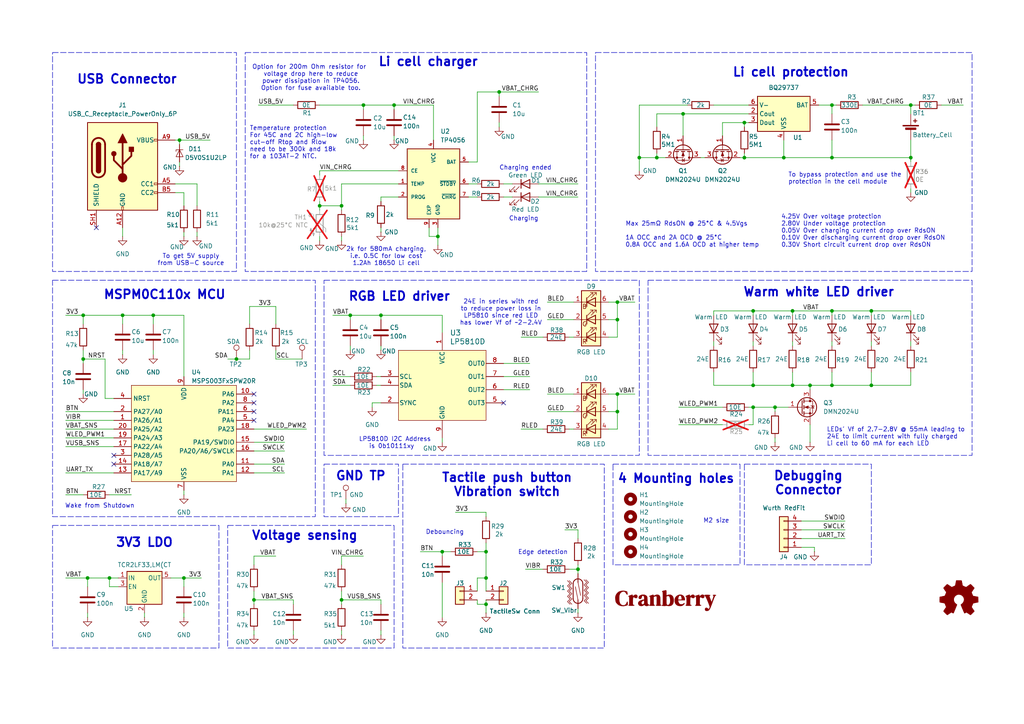
<source format=kicad_sch>
(kicad_sch (version 20231120) (generator "eeschema") (generator_version "8.0")
  (paper "A4")
  (title_block (title "Berrythe") (date "2024-10-25") (rev "1") (company "                                        By Prithvi Raj Narendra"))
  (junction (at 101.6 91.44))
  (junction (at 68.58 104.14))
  (junction (at 128.27 160.02))
  (junction (at 105.41 30.48))
  (junction (at 224.79 118.11))
  (junction (at 234.95 111.76))
  (junction (at 114.3 30.48))
  (junction (at 110.49 91.44))
  (junction (at 140.97 175.26))
  (junction (at 140.97 167.64))
  (junction (at 52.07 40.64))
  (junction (at 140.97 160.02))
  (junction (at 144.78 26.67))
  (junction (at 99.06 59.69))
  (junction (at 185.42 45.72))
  (junction (at 179.07 119.38))
  (junction (at 241.3 111.76))
  (junction (at 179.07 92.71))
  (junction (at 218.44 90.17))
  (junction (at 31.75 167.64))
  (junction (at 229.87 111.76))
  (junction (at 264.16 30.48))
  (junction (at 167.64 165.1))
  (junction (at 73.66 173.99))
  (junction (at 24.13 104.14))
  (junction (at 218.44 111.76))
  (junction (at 227.33 45.72))
  (junction (at 229.87 90.17))
  (junction (at 179.07 87.63))
  (junction (at 190.5 45.72))
  (junction (at 241.3 45.72))
  (junction (at 198.12 33.02))
  (junction (at 25.4 167.64))
  (junction (at 264.16 45.72))
  (junction (at 179.07 114.3))
  (junction (at 127 68.58))
  (junction (at 44.45 91.44))
  (junction (at 53.34 167.64))
  (junction (at 218.44 118.11))
  (junction (at 215.9 45.72))
  (junction (at 35.56 91.44))
  (junction (at 252.73 111.76))
  (junction (at 252.73 90.17))
  (junction (at 24.13 91.44))
  (junction (at 241.3 30.48))
  (junction (at 215.9 35.56))
  (junction (at 241.3 90.17))
  (junction (at 92.71 59.69))
  (junction (at 99.06 173.99))
  (no_connect (at 27.94 66.04))
  (no_connect (at 73.66 116.84))
  (no_connect (at 73.66 119.38))
  (no_connect (at 73.66 121.92))
  (no_connect (at 146.05 116.84))
  (no_connect (at 73.66 114.3))
  (no_connect (at 33.02 132.08))
  (no_connect (at 33.02 134.62))
  (wire (pts (xy 96.52 91.44) (xy 101.6 91.44)))
  (wire (pts (xy 41.91 177.8) (xy 41.91 179.07)))
  (wire (pts (xy 224.79 118.11) (xy 228.6 118.11)))
  (wire (pts (xy 227.33 40.64) (xy 227.33 45.72)))
  (wire (pts (xy 99.06 53.34) (xy 115.57 53.34)))
  (wire (pts (xy 264.16 99.06) (xy 264.16 100.33)))
  (wire (pts (xy 252.73 111.76) (xy 264.16 111.76)))
  (wire (pts (xy 179.07 87.63) (xy 176.53 87.63)))
  (wire (pts (xy 30.48 104.14) (xy 30.48 115.57)))
  (wire (pts (xy 241.3 90.17) (xy 252.73 90.17)))
  (wire (pts (xy 241.3 30.48) (xy 242.57 30.48)))
  (wire (pts (xy 105.41 39.37) (xy 105.41 40.64)))
  (wire (pts (xy 135.89 46.99) (xy 138.43 46.99)))
  (wire (pts (xy 44.45 91.44) (xy 53.34 91.44)))
  (wire (pts (xy 229.87 99.06) (xy 229.87 100.33)))
  (wire (pts (xy 229.87 107.95) (xy 229.87 111.76)))
  (wire (pts (xy 215.9 45.72) (xy 227.33 45.72)))
  (wire (pts (xy 72.39 93.98) (xy 72.39 88.9)))
  (wire (pts (xy 24.13 91.44) (xy 24.13 93.98)))
  (wire (pts (xy 99.06 59.69) (xy 99.06 60.96)))
  (wire (pts (xy 85.09 182.88) (xy 85.09 184.15)))
  (wire (pts (xy 99.06 182.88) (xy 99.06 184.15)))
  (wire (pts (xy 124.46 66.04) (xy 124.46 68.58)))
  (wire (pts (xy 140.97 167.64) (xy 140.97 171.45)))
  (wire (pts (xy 241.3 40.64) (xy 241.3 45.72)))
  (wire (pts (xy 196.85 118.11) (xy 209.55 118.11)))
  (wire (pts (xy 176.53 97.79) (xy 179.07 97.79)))
  (wire (pts (xy 73.66 171.45) (xy 73.66 173.99)))
  (wire (pts (xy 232.41 151.13) (xy 245.11 151.13)))
  (wire (pts (xy 19.05 137.16) (xy 33.02 137.16)))
  (wire (pts (xy 110.49 57.15) (xy 110.49 58.42)))
  (wire (pts (xy 128.27 127) (xy 128.27 128.27)))
  (wire (pts (xy 250.19 30.48) (xy 264.16 30.48)))
  (wire (pts (xy 99.06 161.29) (xy 99.06 163.83)))
  (wire (pts (xy 232.41 158.75) (xy 236.22 158.75)))
  (wire (pts (xy 152.4 165.1) (xy 157.48 165.1)))
  (wire (pts (xy 163.83 153.67) (xy 167.64 153.67)))
  (wire (pts (xy 203.2 45.72) (xy 204.47 45.72)))
  (wire (pts (xy 218.44 90.17) (xy 218.44 91.44)))
  (wire (pts (xy 99.06 68.58) (xy 99.06 69.85)))
  (wire (pts (xy 138.43 46.99) (xy 138.43 26.67)))
  (wire (pts (xy 185.42 30.48) (xy 185.42 45.72)))
  (wire (pts (xy 234.95 123.19) (xy 234.95 128.27)))
  (wire (pts (xy 185.42 45.72) (xy 185.42 49.53)))
  (wire (pts (xy 73.66 134.62) (xy 82.55 134.62)))
  (wire (pts (xy 105.41 30.48) (xy 114.3 30.48)))
  (wire (pts (xy 50.8 53.34) (xy 57.15 53.34)))
  (wire (pts (xy 73.66 130.81) (xy 82.55 130.81)))
  (wire (pts (xy 73.66 173.99) (xy 73.66 175.26)))
  (wire (pts (xy 92.71 49.53) (xy 92.71 50.8)))
  (wire (pts (xy 121.92 160.02) (xy 128.27 160.02)))
  (wire (pts (xy 53.34 55.88) (xy 53.34 59.69)))
  (wire (pts (xy 151.13 97.79) (xy 157.48 97.79)))
  (wire (pts (xy 92.71 59.69) (xy 92.71 60.96)))
  (wire (pts (xy 19.05 121.92) (xy 33.02 121.92)))
  (wire (pts (xy 53.34 142.24) (xy 53.34 143.51)))
  (wire (pts (xy 25.4 167.64) (xy 25.4 170.18)))
  (wire (pts (xy 158.75 119.38) (xy 166.37 119.38)))
  (wire (pts (xy 264.16 45.72) (xy 264.16 46.99)))
  (wire (pts (xy 193.04 45.72) (xy 190.5 45.72)))
  (wire (pts (xy 73.66 173.99) (xy 85.09 173.99)))
  (wire (pts (xy 19.05 167.64) (xy 25.4 167.64)))
  (wire (pts (xy 138.43 160.02) (xy 140.97 160.02)))
  (wire (pts (xy 218.44 99.06) (xy 218.44 100.33)))
  (wire (pts (xy 19.05 127) (xy 33.02 127)))
  (wire (pts (xy 217.17 123.19) (xy 218.44 123.19)))
  (wire (pts (xy 31.75 167.64) (xy 34.29 167.64)))
  (wire (pts (xy 241.3 33.02) (xy 241.3 30.48)))
  (wire (pts (xy 110.49 116.84) (xy 107.95 116.84)))
  (wire (pts (xy 73.66 124.46) (xy 88.9 124.46)))
  (wire (pts (xy 140.97 160.02) (xy 140.97 167.64)))
  (wire (pts (xy 215.9 44.45) (xy 215.9 45.72)))
  (wire (pts (xy 176.53 119.38) (xy 179.07 119.38)))
  (wire (pts (xy 176.53 124.46) (xy 179.07 124.46)))
  (wire (pts (xy 110.49 66.04) (xy 110.49 67.31)))
  (wire (pts (xy 151.13 124.46) (xy 157.48 124.46)))
  (wire (pts (xy 158.75 92.71) (xy 166.37 92.71)))
  (wire (pts (xy 146.05 53.34) (xy 148.59 53.34)))
  (wire (pts (xy 218.44 111.76) (xy 229.87 111.76)))
  (wire (pts (xy 74.93 30.48) (xy 85.09 30.48)))
  (wire (pts (xy 53.34 167.64) (xy 58.42 167.64)))
  (wire (pts (xy 72.39 88.9) (xy 80.01 88.9)))
  (wire (pts (xy 19.05 129.54) (xy 33.02 129.54)))
  (wire (pts (xy 167.64 165.1) (xy 167.64 166.37)))
  (wire (pts (xy 207.01 90.17) (xy 207.01 91.44)))
  (wire (pts (xy 99.06 173.99) (xy 110.49 173.99)))
  (wire (pts (xy 218.44 123.19) (xy 218.44 118.11)))
  (wire (pts (xy 128.27 91.44) (xy 128.27 96.52)))
  (wire (pts (xy 224.79 127) (xy 224.79 128.27)))
  (wire (pts (xy 232.41 156.21) (xy 245.11 156.21)))
  (wire (pts (xy 110.49 91.44) (xy 110.49 92.71)))
  (wire (pts (xy 128.27 160.02) (xy 130.81 160.02)))
  (wire (pts (xy 176.53 92.71) (xy 179.07 92.71)))
  (wire (pts (xy 179.07 114.3) (xy 176.53 114.3)))
  (wire (pts (xy 234.95 111.76) (xy 234.95 113.03)))
  (wire (pts (xy 198.12 33.02) (xy 198.12 39.37)))
  (wire (pts (xy 114.3 39.37) (xy 114.3 40.64)))
  (wire (pts (xy 153.67 113.03) (xy 146.05 113.03)))
  (wire (pts (xy 125.73 30.48) (xy 125.73 40.64)))
  (wire (pts (xy 85.09 173.99) (xy 85.09 175.26)))
  (wire (pts (xy 167.64 176.53) (xy 167.64 177.8)))
  (wire (pts (xy 179.07 92.71) (xy 179.07 87.63)))
  (wire (pts (xy 110.49 173.99) (xy 110.49 175.26)))
  (wire (pts (xy 138.43 167.64) (xy 140.97 167.64)))
  (wire (pts (xy 35.56 66.04) (xy 35.56 68.58)))
  (wire (pts (xy 229.87 90.17) (xy 229.87 91.44)))
  (wire (pts (xy 179.07 87.63) (xy 184.15 87.63)))
  (wire (pts (xy 138.43 26.67) (xy 144.78 26.67)))
  (wire (pts (xy 114.3 30.48) (xy 125.73 30.48)))
  (wire (pts (xy 264.16 33.02) (xy 264.16 30.48)))
  (wire (pts (xy 140.97 173.99) (xy 140.97 175.26)))
  (wire (pts (xy 24.13 101.6) (xy 24.13 104.14)))
  (wire (pts (xy 241.3 30.48) (xy 237.49 30.48)))
  (wire (pts (xy 57.15 53.34) (xy 57.15 59.69)))
  (wire (pts (xy 207.01 111.76) (xy 218.44 111.76)))
  (wire (pts (xy 217.17 35.56) (xy 215.9 35.56)))
  (wire (pts (xy 190.5 36.83) (xy 190.5 33.02)))
  (wire (pts (xy 19.05 143.51) (xy 24.13 143.51)))
  (wire (pts (xy 53.34 67.31) (xy 53.34 68.58)))
  (wire (pts (xy 49.53 167.64) (xy 53.34 167.64)))
  (wire (pts (xy 105.41 31.75) (xy 105.41 30.48)))
  (wire (pts (xy 53.34 91.44) (xy 53.34 109.22)))
  (wire (pts (xy 73.66 182.88) (xy 73.66 184.15)))
  (wire (pts (xy 165.1 97.79) (xy 166.37 97.79)))
  (wire (pts (xy 73.66 128.27) (xy 82.55 128.27)))
  (wire (pts (xy 110.49 100.33) (xy 110.49 101.6)))
  (wire (pts (xy 99.06 171.45) (xy 99.06 173.99)))
  (wire (pts (xy 199.39 30.48) (xy 185.42 30.48)))
  (wire (pts (xy 96.52 111.76) (xy 101.6 111.76)))
  (wire (pts (xy 146.05 105.41) (xy 153.67 105.41)))
  (wire (pts (xy 107.95 116.84) (xy 107.95 118.11)))
  (wire (pts (xy 53.34 177.8) (xy 53.34 179.07)))
  (wire (pts (xy 100.33 144.78) (xy 100.33 146.05)))
  (wire (pts (xy 68.58 104.14) (xy 72.39 104.14)))
  (wire (pts (xy 99.06 173.99) (xy 99.06 175.26)))
  (wire (pts (xy 218.44 107.95) (xy 218.44 111.76)))
  (wire (pts (xy 241.3 111.76) (xy 252.73 111.76)))
  (wire (pts (xy 167.64 163.83) (xy 167.64 165.1)))
  (wire (pts (xy 264.16 45.72) (xy 264.16 40.64)))
  (wire (pts (xy 73.66 137.16) (xy 82.55 137.16)))
  (wire (pts (xy 224.79 118.11) (xy 224.79 119.38)))
  (wire (pts (xy 92.71 68.58) (xy 92.71 69.85)))
  (wire (pts (xy 92.71 59.69) (xy 99.06 59.69)))
  (wire (pts (xy 215.9 35.56) (xy 209.55 35.56)))
  (wire (pts (xy 73.66 161.29) (xy 73.66 163.83)))
  (wire (pts (xy 144.78 26.67) (xy 144.78 27.94)))
  (wire (pts (xy 241.3 45.72) (xy 264.16 45.72)))
  (wire (pts (xy 190.5 45.72) (xy 185.42 45.72)))
  (wire (pts (xy 114.3 30.48) (xy 114.3 31.75)))
  (wire (pts (xy 35.56 101.6) (xy 35.56 102.87)))
  (wire (pts (xy 165.1 124.46) (xy 166.37 124.46)))
  (wire (pts (xy 138.43 171.45) (xy 138.43 167.64)))
  (wire (pts (xy 190.5 44.45) (xy 190.5 45.72)))
  (wire (pts (xy 229.87 90.17) (xy 241.3 90.17)))
  (wire (pts (xy 53.34 167.64) (xy 53.34 170.18)))
  (wire (pts (xy 127 68.58) (xy 127 71.12)))
  (wire (pts (xy 241.3 107.95) (xy 241.3 111.76)))
  (wire (pts (xy 25.4 167.64) (xy 31.75 167.64)))
  (wire (pts (xy 165.1 165.1) (xy 167.64 165.1)))
  (wire (pts (xy 140.97 157.48) (xy 140.97 160.02)))
  (wire (pts (xy 207.01 90.17) (xy 218.44 90.17)))
  (wire (pts (xy 128.27 168.91) (xy 128.27 179.07)))
  (wire (pts (xy 115.57 57.15) (xy 110.49 57.15)))
  (wire (pts (xy 99.06 59.69) (xy 99.06 53.34)))
  (wire (pts (xy 179.07 114.3) (xy 184.15 114.3)))
  (wire (pts (xy 35.56 91.44) (xy 44.45 91.44)))
  (wire (pts (xy 215.9 35.56) (xy 215.9 36.83)))
  (wire (pts (xy 19.05 119.38) (xy 33.02 119.38)))
  (wire (pts (xy 128.27 160.02) (xy 128.27 161.29)))
  (wire (pts (xy 132.08 148.59) (xy 140.97 148.59)))
  (wire (pts (xy 96.52 109.22) (xy 101.6 109.22)))
  (wire (pts (xy 252.73 90.17) (xy 264.16 90.17)))
  (wire (pts (xy 34.29 170.18) (xy 31.75 170.18)))
  (wire (pts (xy 57.15 67.31) (xy 57.15 68.58)))
  (wire (pts (xy 105.41 161.29) (xy 99.06 161.29)))
  (wire (pts (xy 19.05 91.44) (xy 24.13 91.44)))
  (wire (pts (xy 207.01 107.95) (xy 207.01 111.76)))
  (wire (pts (xy 144.78 35.56) (xy 144.78 36.83)))
  (wire (pts (xy 31.75 143.51) (xy 38.1 143.51)))
  (wire (pts (xy 217.17 33.02) (xy 198.12 33.02)))
  (wire (pts (xy 144.78 26.67) (xy 156.21 26.67)))
  (wire (pts (xy 52.07 40.64) (xy 60.96 40.64)))
  (wire (pts (xy 127 66.04) (xy 127 68.58)))
  (wire (pts (xy 52.07 46.99) (xy 52.07 48.26)))
  (wire (pts (xy 31.75 170.18) (xy 31.75 167.64)))
  (wire (pts (xy 140.97 148.59) (xy 140.97 149.86)))
  (wire (pts (xy 110.49 182.88) (xy 110.49 184.15)))
  (wire (pts (xy 101.6 100.33) (xy 101.6 101.6)))
  (wire (pts (xy 44.45 91.44) (xy 44.45 93.98)))
  (wire (pts (xy 52.07 40.64) (xy 52.07 41.91)))
  (wire (pts (xy 264.16 54.61) (xy 264.16 55.88)))
  (wire (pts (xy 234.95 111.76) (xy 241.3 111.76)))
  (wire (pts (xy 264.16 90.17) (xy 264.16 91.44)))
  (wire (pts (xy 80.01 101.6) (xy 80.01 104.14)))
  (wire (pts (xy 110.49 91.44) (xy 128.27 91.44)))
  (wire (pts (xy 101.6 91.44) (xy 110.49 91.44)))
  (wire (pts (xy 241.3 99.06) (xy 241.3 100.33)))
  (wire (pts (xy 158.75 87.63) (xy 166.37 87.63)))
  (wire (pts (xy 218.44 118.11) (xy 224.79 118.11)))
  (wire (pts (xy 24.13 113.03) (xy 24.13 114.3)))
  (wire (pts (xy 92.71 58.42) (xy 92.71 59.69)))
  (wire (pts (xy 80.01 88.9) (xy 80.01 93.98)))
  (wire (pts (xy 44.45 101.6) (xy 44.45 102.87)))
  (wire (pts (xy 217.17 118.11) (xy 218.44 118.11)))
  (wire (pts (xy 35.56 91.44) (xy 35.56 93.98)))
  (wire (pts (xy 138.43 173.99) (xy 138.43 175.26)))
  (wire (pts (xy 156.21 53.34) (xy 167.64 53.34)))
  (wire (pts (xy 236.22 158.75) (xy 236.22 160.02)))
  (wire (pts (xy 101.6 91.44) (xy 101.6 92.71)))
  (wire (pts (xy 227.33 45.72) (xy 241.3 45.72)))
  (wire (pts (xy 24.13 104.14) (xy 30.48 104.14)))
  (wire (pts (xy 135.89 53.34) (xy 138.43 53.34)))
  (wire (pts (xy 264.16 107.95) (xy 264.16 111.76)))
  (wire (pts (xy 66.04 104.14) (xy 68.58 104.14)))
  (wire (pts (xy 53.34 55.88) (xy 50.8 55.88)))
  (wire (pts (xy 252.73 90.17) (xy 252.73 91.44)))
  (wire (pts (xy 24.13 91.44) (xy 35.56 91.44)))
  (wire (pts (xy 217.17 30.48) (xy 207.01 30.48)))
  (wire (pts (xy 115.57 49.53) (xy 92.71 49.53)))
  (wire (pts (xy 190.5 33.02) (xy 198.12 33.02)))
  (wire (pts (xy 214.63 45.72) (xy 215.9 45.72)))
  (wire (pts (xy 25.4 177.8) (xy 25.4 179.07)))
  (wire (pts (xy 146.05 57.15) (xy 148.59 57.15)))
  (wire (pts (xy 109.22 109.22) (xy 110.49 109.22)))
  (wire (pts (xy 241.3 90.17) (xy 241.3 91.44)))
  (wire (pts (xy 138.43 175.26) (xy 140.97 175.26)))
  (wire (pts (xy 252.73 107.95) (xy 252.73 111.76)))
  (wire (pts (xy 80.01 161.29) (xy 73.66 161.29)))
  (wire (pts (xy 218.44 90.17) (xy 229.87 90.17)))
  (wire (pts (xy 19.05 124.46) (xy 33.02 124.46)))
  (wire (pts (xy 252.73 99.06) (xy 252.73 100.33)))
  (wire (pts (xy 109.22 111.76) (xy 110.49 111.76)))
  (wire (pts (xy 232.41 153.67) (xy 245.11 153.67)))
  (wire (pts (xy 80.01 104.14) (xy 87.63 104.14)))
  (wire (pts (xy 196.85 123.19) (xy 209.55 123.19)))
  (wire (pts (xy 72.39 101.6) (xy 72.39 104.14)))
  (wire (pts (xy 207.01 99.06) (xy 207.01 100.33)))
  (wire (pts (xy 135.89 57.15) (xy 138.43 57.15)))
  (wire (pts (xy 179.07 97.79) (xy 179.07 92.71)))
  (wire (pts (xy 265.43 30.48) (xy 264.16 30.48)))
  (wire (pts (xy 92.71 30.48) (xy 105.41 30.48)))
  (wire (pts (xy 179.07 119.38) (xy 179.07 114.3)))
  (wire (pts (xy 30.48 115.57) (xy 33.02 115.57)))
  (wire (pts (xy 50.8 40.64) (xy 52.07 40.64)))
  (wire (pts (xy 167.64 156.21) (xy 167.64 153.67)))
  (wire (pts (xy 209.55 35.56) (xy 209.55 39.37)))
  (wire (pts (xy 158.75 114.3) (xy 166.37 114.3)))
  (wire (pts (xy 229.87 111.76) (xy 234.95 111.76)))
  (wire (pts (xy 156.21 57.15) (xy 167.64 57.15)))
  (wire (pts (xy 124.46 68.58) (xy 127 68.58)))
  (wire (pts (xy 24.13 104.14) (xy 24.13 105.41)))
  (wire (pts (xy 179.07 124.46) (xy 179.07 119.38)))
  (wire (pts (xy 279.4 30.48) (xy 273.05 30.48)))
  (wire (pts (xy 153.67 109.22) (xy 146.05 109.22)))
  (wire (pts (xy 140.97 175.26) (xy 140.97 177.8)))
  (rectangle (start 93.98 134.62) (end 115.57 149.86) (stroke (width 0) (type dash)))
  (rectangle (start 187.96 81.28) (end 281.94 132.08) (stroke (width 0) (type dash)))
  (rectangle (start 71.12 15.24) (end 170.18 78.74) (stroke (width 0) (type dash)))
  (rectangle (start 172.72 15.24) (end 281.94 78.74) (stroke (width 0) (type dash)))
  (rectangle (start 66.04 152.4) (end 114.3 187.96) (stroke (width 0) (type dash)))
  (rectangle (start 215.9 134.62) (end 252.73 163.83) (stroke (width 0) (type dash)))
  (rectangle (start 93.98 81.28) (end 185.42 132.08) (stroke (width 0) (type dash)))
  (rectangle (start 15.24 152.4) (end 63.5 187.96) (stroke (width 0) (type dash)))
  (rectangle (start 116.84 134.62) (end 175.26 187.96) (stroke (width 0) (type dash)))
  (rectangle (start 177.8 134.62) (end 214.63 163.83) (stroke (width 0) (type dash)))
  (rectangle (start 15.24 81.28) (end 91.44 149.86) (stroke (width 0) (type dash)))
  (rectangle (start 15.24 15.24) (end 68.58 78.74) (stroke (width 0) (type dash)))
  (text "Charging ended" (at 152.4 48.768 0) (effects (font (size 1.27 1.27))))
  (text "Debouncing" (at 129.032 154.432 0) (effects (font (size 1.27 1.27))))
  (text "Option for 200m Ohm resistor for \nvoltage drop here to reduce\npower dissipation in TP4056.\nOption for fuse available too." (at 90.17 22.606 0) (effects (font (size 1.27 1.27))))
  (text "LEDs' Vf of 2.7-2.8V @ 55mA leading to \n24E to limit current with fully charged \nLi cell to 60 mA for each LED" (at 239.776 126.746 0) (effects (font (size 1.27 1.27)) (justify left)))
  (text "2k for 580mA charging,\ni.e. 0.5C for low cost\n1.2Ah 18650 Li cell" (at 112.014 74.422 0) (effects (font (size 1.27 1.27))))
  (text "4.25V Over voltage protection\n2.80V Under voltage protection\n0.05V Over charging current drop over RdsON\n0.10V Over discharging current drop over RdsON\n0.30V Short circuit current drop over RdsON" (at 226.568 67.056 0) (effects (font (size 1.27 1.27)) (justify left)))
  (text "GND TP" (at 104.648 138.176 0) (effects (font (size 2.54 2.54) (thickness 0.508) (bold yes))))
  (text "Debugging\nConnector" (at 234.442 140.208 0) (effects (font (size 2.54 2.54) (thickness 0.508) (bold yes))))
  (text "Tactile push button\nVibration switch" (at 147.066 140.716 0) (effects (font (size 2.54 2.54) (thickness 0.508) (bold yes))))
  (text "4 Mounting holes" (at 196.088 138.938 0) (effects (font (size 2.54 2.54) (thickness 0.508) (bold yes))))
  (text "Warm white LED driver" (at 237.49 84.836 0) (effects (font (size 2.54 2.54) (thickness 0.508) (bold yes))))
  (text "Li cell protection" (at 229.362 21.082 0) (effects (font (size 2.54 2.54) (thickness 0.508) (bold yes))))
  (text "Max 25mΩ RdsON @ 25°C & 4.5Vgs" (at 199.136 65.024 0) (effects (font (size 1.27 1.27))))
  (text "USB Connector" (at 36.83 23.114 0) (effects (font (size 2.54 2.54) (thickness 0.508) (bold yes))))
  (text "RGB LED driver" (at 115.824 86.106 0) (effects (font (size 2.54 2.54) (thickness 0.508) (bold yes))))
  (text "Edge detection" (at 157.48 160.274 0) (effects (font (size 1.27 1.27))))
  (text "M2 size" (at 203.962 151.13 0) (effects (font (size 1.27 1.27)) (justify left)))
  (text "Voltage sensing" (at 88.392 155.448 0) (effects (font (size 2.54 2.54) (thickness 0.508) (bold yes))))
  (text "Li cell charger" (at 124.206 18.034 0) (effects (font (size 2.54 2.54) (thickness 0.508) (bold yes))))
  (text "Charging" (at 151.892 63.5 0) (effects (font (size 1.27 1.27))))
  (text "To get 5V supply\nfrom USB-C source" (at 55.372 75.438 0) (effects (font (size 1.27 1.27))))
  (text "To bypass protection and use the \nprotection in the cell module" (at 228.6 51.816 0) (effects (font (size 1.27 1.27)) (justify left)))
  (text "MSPM0C110x MCU" (at 47.752 85.598 0) (effects (font (size 2.54 2.54) (thickness 0.508) (bold yes))))
  (text "LP5810D I2C Address\nis 0b10111xy  " (at 114.554 128.524 0) (effects (font (size 1.27 1.27))))
  (text "24E in series with red\nto reduce power loss in\nLP5810 since red LED\nhas lower Vf of ~2-2.4V" (at 145.288 90.678 0) (effects (font (size 1.27 1.27))))
  (text "Temperature protection\nFor 45C and 2C high-low\ncut-off Rtop and Rlow\nneed to be 300k and 18k\nfor a 103AT-2 NTC." (at 72.39 41.402 0) (effects (font (size 1.27 1.27)) (justify left)))
  (text "3V3 LDO" (at 41.91 157.48 0) (effects (font (size 2.54 2.54) (thickness 0.508) (bold yes))))
  (text "1A OCC and 2A OCD @ 25°C\n0.8A OCC and 1.6A OCD at higher temp" (at 181.356 70.104 0) (effects (font (size 1.27 1.27)) (justify left)))
  (text "Wake from Shutdown" (at 28.956 146.812 0) (effects (font (size 1.27 1.27))))
  (label "VBAT_SNS" (at 19.05 124.46 0))
  (label "NRST" (at 38.1 143.51 180))
  (label "VBAT_SNS" (at 85.09 173.99 180))
  (label "VBAT_CHRG" (at 156.21 26.67 180))
  (label "VBAT" (at 279.4 30.48 180))
  (label "VBAT" (at 80.01 161.29 180))
  (label "GLED" (at 158.75 119.38 0))
  (label "SWDIO" (at 82.55 128.27 180))
  (label "WLED_PWM2" (at 196.85 123.19 0))
  (label "SDA" (at 82.55 134.62 180))
  (label "VBAT" (at 237.49 90.17 180))
  (label "SWCLK" (at 245.11 153.67 180))
  (label "VBAT" (at 19.05 167.64 0))
  (label "UART_TX" (at 245.11 156.21 180))
  (label "WLED_PWM1" (at 196.85 118.11 0))
  (label "VIN_CHRG" (at 105.41 161.29 180))
  (label "VIN_CHRG" (at 167.64 57.15 180))
  (label "VIBR" (at 152.4 165.1 0))
  (label "SDA" (at 66.04 104.14 180))
  (label "BLED" (at 153.67 105.41 180))
  (label "VIN_CHRG" (at 92.71 49.53 0))
  (label "SCL" (at 82.55 137.16 180))
  (label "WLED_PWM2" (at 88.9 124.46 180))
  (label "VUSB_SNS" (at 110.49 173.99 180))
  (label "UART_TX" (at 19.05 137.16 0))
  (label "BLED" (at 158.75 114.3 0))
  (label "VUSB_SNS" (at 19.05 129.54 0))
  (label "RLED" (at 151.13 124.46 0))
  (label "VBAT" (at 184.15 87.63 180))
  (label "3V3" (at 163.83 153.67 0))
  (label "SCL" (at 83.82 104.14 180))
  (label "WLED_PWM1" (at 19.05 127 0))
  (label "VBAT" (at 96.52 91.44 0))
  (label "3V3" (at 19.05 91.44 0))
  (label "VBAT" (at 184.15 114.3 180))
  (label "USB_5V" (at 60.96 40.64 180))
  (label "VBAT_CHRG" (at 251.46 30.48 0))
  (label "3V3" (at 132.08 148.59 0))
  (label "RLED" (at 151.13 97.79 0))
  (label "BLED" (at 158.75 87.63 0))
  (label "NRST" (at 30.48 104.14 180))
  (label "3V3" (at 58.42 167.64 180))
  (label "RLED" (at 153.67 113.03 180))
  (label "GLED" (at 158.75 92.71 0))
  (label "3V3" (at 74.93 88.9 0))
  (label "USB_5V" (at 74.93 30.48 0))
  (label "SWCLK" (at 82.55 130.81 180))
  (label "VIBR" (at 19.05 121.92 0))
  (label "BTN" (at 19.05 119.38 0))
  (label "BTN" (at 121.92 160.02 0))
  (label "GLED" (at 153.67 109.22 180))
  (label "SCL" (at 96.52 109.22 0))
  (label "VIN_CHRG" (at 167.64 53.34 180))
  (label "BTN" (at 19.05 143.51 0))
  (label "SWDIO" (at 245.11 151.13 180))
  (label "VIN_CHRG" (at 116.84 30.48 0))
  (label "SDA" (at 96.52 111.76 0))
  (symbol (lib_id "power:GND") (at 101.6 101.6 0) (unit 1)
    (property "Reference" "#PWR011" (effects (hide yes)))
    (property "Value" "GND" (at 103.886 101.854 0))
    (property "Description" "Power symbol creates a global label with name \"GND\" , ground" (effects (hide yes)))
  )
  (symbol (lib_id "Berrythe_symbols:R") (at 27.94 143.51 270) (unit 1)
    (property "Reference" "R27" (at 26.67 141.224 90) (effects (justify left)))
    (property "Value" "10E" (at 25.908 143.51 90) (effects (justify left)))
    (property "Footprint" "Berrythe-footprints:R_0402_1005Metric" (effects (hide yes)))
    (property "Description" "Resistor" (effects (hide yes)))
    (property "PN" "RC0402FR-0710RL" (effects (hide yes)))
  )
  (symbol (lib_id "power:GND") (at 128.27 179.07 0) (unit 1)
    (property "Reference" "#PWR024" (effects (hide yes)))
    (property "Value" "GND" (at 128.27 184.15 0))
    (property "Description" "Power symbol creates a global label with name \"GND\" , ground" (effects (hide yes)))
  )
  (symbol (lib_id "Berrythe_symbols:LED") (at 252.73 95.25 90) (unit 1)
    (property "Reference" "D7" (at 254.508 95.504 90) (effects (justify right)))
    (property "Value" "Warm LED" (at 247.142 91.948 90) (effects (justify right)))
    (property "Footprint" "Berrythe-footprints:LED_PLCC_2835" (effects (hide yes)))
    (property "Description" "Light emitting diode" (effects (hide yes)))
    (property "PN" "JB2835BWT-N-U35EA0000-N000P001" (effects (hide yes)))
  )
  (symbol (lib_id "Berrythe_symbols:R") (at 73.66 167.64 180) (unit 1)
    (property "Reference" "R30" (at 72.39 166.624 0) (effects (justify left)))
    (property "Value" "47k" (at 72.136 169.926 0) (effects (justify left)))
    (property "Footprint" "Berrythe-footprints:R_0402_1005Metric" (effects (hide yes)))
    (property "Description" "Resistor" (effects (hide yes)))
    (property "PN" "RC0402FR-0747KL" (effects (hide yes)))
  )
  (symbol (lib_id "Berrythe_symbols:R") (at 213.36 123.19 270) (unit 1) (in_bom no) (dnp yes)
    (property "Reference" "R25" (at 211.582 125.222 90) (effects (justify left)))
    (property "Value" "10E" (at 211.328 123.19 90) (effects (justify left)))
    (property "Footprint" "Berrythe-footprints:R_0402_1005Metric" (effects (hide yes)))
    (property "Description" "Resistor" (effects (hide yes)))
    (property "PN" "RC0402FR-0710RL" (effects (hide yes)))
  )
  (symbol (lib_id "Berrythe_symbols:C") (at 25.4 173.99 0) (unit 1)
    (property "Reference" "C9" (at 27.94 172.466 0) (effects (justify left)))
    (property "Value" "100n" (at 27.94 175.006 0) (effects (justify left)))
    (property "Footprint" "Berrythe-footprints:C_0402_1005Metric" (effects (hide yes)))
    (property "Description" "Unpolarized capacitor" (effects (hide yes)))
    (property "PN" "CL05B104KO5NNND" (effects (hide yes)))
  )
  (symbol (lib_id "Berrythe_symbols:R") (at 203.2 30.48 90) (unit 1)
    (property "Reference" "R2" (at 200.406 29.464 90) (effects (justify left)))
    (property "Value" "2k" (at 204.47 30.48 90) (effects (justify left)))
    (property "Footprint" "Berrythe-footprints:R_0402_1005Metric" (effects (hide yes)))
    (property "Description" "Resistor" (effects (hide yes)))
    (property "PN" "RC0402FR-072KL" (effects (hide yes)))
  )
  (symbol (lib_id "power:GND") (at 24.13 114.3 0) (unit 1)
    (property "Reference" "#PWR015" (effects (hide yes)))
    (property "Value" "GND" (at 26.416 114.3 0))
    (property "Description" "Power symbol creates a global label with name \"GND\" , ground" (effects (hide yes)))
  )
  (symbol (lib_id "power:GND") (at 236.22 160.02 0) (unit 1)
    (property "Reference" "#PWR032" (effects (hide yes)))
    (property "Value" "GND" (at 232.156 161.544 0))
    (property "Description" "Power symbol creates a global label with name \"GND\" , ground" (effects (hide yes)))
  )
  (symbol (lib_id "Berrythe_symbols:LED") (at 229.87 95.25 90) (unit 1)
    (property "Reference" "D5" (at 231.648 95.504 90) (effects (justify right)))
    (property "Value" "Warm LED" (at 224.282 91.948 90) (effects (justify right)))
    (property "Footprint" "Berrythe-footprints:LED_PLCC_2835" (effects (hide yes)))
    (property "Description" "Light emitting diode" (effects (hide yes)))
    (property "PN" "JB2835BWT-N-U35EA0000-N000P001" (effects (hide yes)))
  )
  (symbol (lib_id "Berrythe_symbols:TestPoint") (at 68.58 104.14 0) (unit 1) (in_bom no)
    (property "Reference" "TP2" (at 66.548 105.664 0) (effects (justify left)))
    (property "Value" "SDA" (at 65.786 99.06 0) (effects (justify left)))
    (property "Footprint" "Berrythe-footprints:TestPoint_Pad_1.0x1.0mm" (effects (hide yes)))
    (property "Description" "test point" (effects (hide yes)))
  )
  (symbol (lib_id "power:GND") (at 127 71.12 0) (unit 1)
    (property "Reference" "#PWR010" (effects (hide yes)))
    (property "Value" "GND" (at 129.54 73.914 0))
    (property "Description" "Power symbol creates a global label with name \"GND\" , ground" (effects (hide yes)))
  )
  (symbol (lib_id "power:GND") (at 185.42 49.53 0) (unit 1)
    (property "Reference" "#PWR03" (effects (hide yes)))
    (property "Value" "GND" (at 188.468 49.53 0))
    (property "Description" "Power symbol creates a global label with name \"GND\" , ground" (effects (hide yes)))
  )
  (symbol (lib_id "Berrythe_symbols:Q_NMOS_GSD") (at 198.12 43.18 270) (unit 1)
    (property "Reference" "Q1" (at 198.12 49.53 90))
    (property "Value" "DMN2024U" (at 198.12 52.07 90))
    (property "Footprint" "Berrythe-footprints:SOT-23" (effects (hide yes)))
    (property "Description" "N-MOSFET transistor, gate/source/drain" (effects (hide yes)))
    (property "PN" "DMN2024U-7" (effects (hide yes)))
  )
  (symbol (lib_id "Berrythe_symbols:R") (at 161.29 97.79 270) (unit 1)
    (property "Reference" "R38" (at 159.512 95.758 90) (effects (justify left)))
    (property "Value" "24E" (at 159.512 97.79 90) (effects (justify left)))
    (property "Footprint" "Berrythe-footprints:R_0805_2012Metric" (effects (hide yes)))
    (property "Description" "Resistor" (effects (hide yes)))
    (property "PN" "RK73H2ATTD24R0F" (effects (hide yes)))
  )
  (symbol (lib_id "power:GND") (at 234.95 128.27 0) (unit 1)
    (property "Reference" "#PWR019" (effects (hide yes)))
    (property "Value" "GND" (at 230.886 129.794 0))
    (property "Description" "Power symbol creates a global label with name \"GND\" , ground" (effects (hide yes)))
  )
  (symbol (lib_id "power:GND") (at 110.49 101.6 0) (unit 1)
    (property "Reference" "#PWR012" (effects (hide yes)))
    (property "Value" "GND" (at 112.776 101.854 0))
    (property "Description" "Power symbol creates a global label with name \"GND\" , ground" (effects (hide yes)))
  )
  (symbol (lib_id "Berrythe_symbols:R") (at 269.24 30.48 90) (unit 1)
    (property "Reference" "R37" (at 271.272 28.194 90) (effects (justify left)))
    (property "Value" "0E" (at 270.51 30.48 90) (effects (justify left)))
    (property "Footprint" "Berrythe-footprints:R_0402_1005Metric" (effects (hide yes)))
    (property "Description" "Resistor" (effects (hide yes)))
    (property "PN" "RC0402JR-070RL" (effects (hide yes)))
  )
  (symbol (lib_id "power:GND") (at 25.4 179.07 0) (unit 1)
    (property "Reference" "#PWR021" (effects (hide yes)))
    (property "Value" "GND" (at 25.4 184.15 0))
    (property "Description" "Power symbol creates a global label with name \"GND\" , ground" (effects (hide yes)))
  )
  (symbol (lib_id "Berrythe_symbols:R") (at 215.9 40.64 0) (unit 1)
    (property "Reference" "R5" (at 217.17 39.624 0) (effects (justify left)))
    (property "Value" "5M1" (at 217.17 41.91 0) (effects (justify left)))
    (property "Footprint" "Berrythe-footprints:R_0402_1005Metric" (effects (hide yes)))
    (property "Description" "Resistor" (effects (hide yes)))
    (property "PN" "RC0402FR-075M1L" (effects (hide yes)))
  )
  (symbol (lib_id "power:GND") (at 53.34 143.51 0) (unit 1)
    (property "Reference" "#PWR020" (effects (hide yes)))
    (property "Value" "GND" (at 53.34 148.59 0))
    (property "Description" "Power symbol creates a global label with name \"GND\" , ground" (effects (hide yes)))
  )
  (symbol (lib_id "power:GND") (at 41.91 179.07 0) (unit 1)
    (property "Reference" "#PWR022" (effects (hide yes)))
    (property "Value" "GND" (at 41.91 184.15 0))
    (property "Description" "Power symbol creates a global label with name \"GND\" , ground" (effects (hide yes)))
  )
  (symbol (lib_id "Berrythe_symbols:TCR2LF33,LM(CT") (at 41.91 170.18 0) (unit 1)
    (property "Reference" "U5" (at 37.338 176.53 0))
    (property "Value" "TCR2LF33,LM(CT" (at 41.91 163.83 0))
    (property "Footprint" "Package_TO_SOT_SMD:SOT-23-5" (effects (hide yes)))
    (property "Datasheet" "http://www.ti.com/lit/ds/symlink/tlv700.pdf" (effects (hide yes)))
    (property "Description" "200mA Low Dropout Voltage Regulator, Fixed Output 1.2V, SOT-23-5" (effects (hide yes)))
    (property "PN" "TCR2LF33,LM(CT" (effects (hide yes)))
  )
  (symbol (lib_id "power:GND") (at 128.27 128.27 0) (unit 1)
    (property "Reference" "#PWR017" (effects (hide yes)))
    (property "Value" "GND" (at 124.714 130.048 0))
    (property "Description" "Power symbol creates a global label with name \"GND\" , ground" (effects (hide yes)))
  )
  (symbol (lib_id "Berrythe_symbols:R") (at 264.16 50.8 0) (unit 1) (in_bom no) (dnp yes)
    (property "Reference" "R36" (at 265.43 49.784 0) (effects (justify left)))
    (property "Value" "0E" (at 265.43 52.07 0) (effects (justify left)))
    (property "Footprint" "Berrythe-footprints:R_0402_1005Metric" (effects (hide yes)))
    (property "Description" "Resistor" (effects (hide yes)))
    (property "PN" "RC0402JR-070RL" (effects (hide yes)))
  )
  (symbol (lib_id "Berrythe_symbols:Conn_01x04") (at 227.33 156.21 180) (unit 1) (in_bom no)
    (property "Reference" "J4" (at 227.33 161.544 0))
    (property "Value" "Wurth RedFit" (at 227.33 147.32 0))
    (property "Footprint" "Berrythe-footprints:490107670412_DEBUGGING" (effects (hide yes)))
    (property "Description" "Generic connector, single row, 01x04, script generated (kicad-library-utils/schlib/autogen/connector/)" (effects (hide yes)))
    (property "PN" "490107670412S" (effects (hide yes)))
  )
  (symbol (lib_id "Berrythe_symbols:Conn_01x02") (at 146.05 171.45 0) (unit 1)
    (property "Reference" "J2" (at 144.78 169.164 0) (effects (justify left)))
    (property "Value" "TactileSw Conn" (at 141.986 177.292 0) (effects (justify left)))
    (property "Footprint" "Berrythe-footprints:Molex_Pico-Clasp_501331-0207_1x02-1MP_P1.00mm_Vertical" (effects (hide yes)))
    (property "Description" "Generic connector, single row, 01x02, script generated (kicad-library-utils/schlib/autogen/connector/)" (effects (hide yes)))
    (property "PN" "530470210" (effects (hide yes)))
  )
  (symbol (lib_id "Berrythe_symbols:R") (at 213.36 118.11 270) (unit 1)
    (property "Reference" "R24" (at 211.582 120.142 90) (effects (justify left)))
    (property "Value" "10E" (at 211.328 118.11 90) (effects (justify left)))
    (property "Footprint" "Berrythe-footprints:R_0402_1005Metric" (effects (hide yes)))
    (property "Description" "Resistor" (effects (hide yes)))
    (property "PN" "RC0402FR-0710RL" (effects (hide yes)))
  )
  (symbol (lib_id "Berrythe_symbols:LED") (at 264.16 95.25 90) (unit 1)
    (property "Reference" "D8" (at 265.938 95.504 90) (effects (justify right)))
    (property "Value" "Warm LED" (at 258.572 91.948 90) (effects (justify right)))
    (property "Footprint" "Berrythe-footprints:LED_PLCC_2835" (effects (hide yes)))
    (property "Description" "Light emitting diode" (effects (hide yes)))
    (property "PN" "JB2835BWT-N-U35EA0000-N000P001" (effects (hide yes)))
  )
  (symbol (lib_id "Berrythe_symbols:R") (at 161.29 165.1 270) (unit 1)
    (property "Reference" "R32" (at 159.512 163.068 90) (effects (justify left)))
    (property "Value" "10E" (at 159.258 165.1 90) (effects (justify left)))
    (property "Footprint" "Berrythe-footprints:R_0402_1005Metric" (effects (hide yes)))
    (property "Description" "Resistor" (effects (hide yes)))
    (property "PN" "RC0402FR-0710RL" (effects (hide yes)))
  )
  (symbol (lib_id "Berrythe_symbols:R") (at 241.3 104.14 180) (unit 1)
    (property "Reference" "R19" (at 246.38 104.394 0) (effects (justify left)))
    (property "Value" "24E" (at 240.03 104.14 0) (effects (justify left)))
    (property "Footprint" "Berrythe-footprints:R_0805_2012Metric" (effects (hide yes)))
    (property "Description" "Resistor" (effects (hide yes)))
    (property "PN" "RK73H2ATTD24R0F" (effects (hide yes)))
  )
  (symbol (lib_id "Berrythe_symbols:R") (at 161.29 124.46 270) (unit 1)
    (property "Reference" "R39" (at 159.512 122.428 90) (effects (justify left)))
    (property "Value" "24E" (at 159.512 124.46 90) (effects (justify left)))
    (property "Footprint" "Berrythe-footprints:R_0805_2012Metric" (effects (hide yes)))
    (property "Description" "Resistor" (effects (hide yes)))
    (property "PN" "RK73H2ATTD24R0F" (effects (hide yes)))
  )
  (symbol (lib_id "Berrythe_symbols:R") (at 229.87 104.14 180) (unit 1)
    (property "Reference" "R18" (at 234.95 104.394 0) (effects (justify left)))
    (property "Value" "24E" (at 228.6 104.14 0) (effects (justify left)))
    (property "Footprint" "Berrythe-footprints:R_0805_2012Metric" (effects (hide yes)))
    (property "Description" "Resistor" (effects (hide yes)))
    (property "PN" "RK73H2ATTD24R0F" (effects (hide yes)))
  )
  (symbol (lib_id "Berrythe_symbols:R") (at 224.79 123.19 180) (unit 1)
    (property "Reference" "R26" (at 223.52 122.174 0) (effects (justify left)))
    (property "Value" "47k" (at 223.266 125.476 0) (effects (justify left)))
    (property "Footprint" "Berrythe-footprints:R_0402_1005Metric" (effects (hide yes)))
    (property "Description" "Resistor" (effects (hide yes)))
    (property "PN" "RC0402FR-0747KL" (effects (hide yes)))
  )
  (symbol (lib_id "Berrythe_symbols:Logo Cranberry") (at 193.04 173.99 0) (unit 1)
    (property "Reference" "#G1" (effects (hide yes)))
    (property "Value" "Logo_cranberry" (effects (hide yes)))
    (property "Footprint" "Berrythe-footprints:Logo_cranberry_SM" (effects (hide yes)))
  )
  (symbol (lib_id "power:GND") (at 99.06 69.85 0) (unit 1)
    (property "Reference" "#PWR09" (effects (hide yes)))
    (property "Value" "GND" (at 96.266 72.136 0))
    (property "Description" "Power symbol creates a global label with name \"GND\" , ground" (effects (hide yes)))
  )
  (symbol (lib_id "power:GND") (at 35.56 102.87 0) (unit 1)
    (property "Reference" "#PWR013" (effects (hide yes)))
    (property "Value" "GND" (at 35.56 107.95 0))
    (property "Description" "Power symbol creates a global label with name \"GND\" , ground" (effects (hide yes)))
  )
  (symbol (lib_id "power:GND") (at 85.09 184.15 0) (unit 1)
    (property "Reference" "#PWR028" (effects (hide yes)))
    (property "Value" "GND" (at 81.788 186.182 0))
    (property "Description" "Power symbol creates a global label with name \"GND\" , ground" (effects (hide yes)))
  )
  (symbol (lib_id "Berrythe_symbols:C") (at 241.3 36.83 0) (unit 1)
    (property "Reference" "C3" (at 243.84 35.306 0) (effects (justify left)))
    (property "Value" "100n" (at 243.84 37.846 0) (effects (justify left)))
    (property "Footprint" "Berrythe-footprints:C_0402_1005Metric" (effects (hide yes)))
    (property "Description" "Unpolarized capacitor" (effects (hide yes)))
    (property "PN" "CL05B104KO5NNND" (effects (hide yes)))
  )
  (symbol (lib_id "Berrythe_symbols:C") (at 144.78 31.75 0) (unit 1)
    (property "Reference" "C1" (at 148.59 30.4799 0) (effects (justify left)))
    (property "Value" "10u" (at 148.59 33.0199 0) (effects (justify left)))
    (property "Footprint" "Berrythe-footprints:C_0805_2012Metric" (effects (hide yes)))
    (property "Description" "Unpolarized capacitor" (effects (hide yes)))
    (property "PN" "CL21A106KOQNNNE" (effects (hide yes)))
  )
  (symbol (lib_id "Berrythe_symbols:R") (at 24.13 97.79 180) (unit 1)
    (property "Reference" "R13" (at 22.86 96.774 0) (effects (justify left)))
    (property "Value" "47k" (at 22.606 100.076 0) (effects (justify left)))
    (property "Footprint" "Berrythe-footprints:R_0402_1005Metric" (effects (hide yes)))
    (property "Description" "Resistor" (effects (hide yes)))
    (property "PN" "RC0402FR-0747KL" (effects (hide yes)))
  )
  (symbol (lib_id "Berrythe_symbols:MSPS003FxSPW20R") (at 53.34 124.46 0) (unit 1)
    (property "Reference" "U4" (at 55.5341 107.95 0) (effects (justify left)))
    (property "Value" "MSPS003FxSPW20R" (at 55.5341 110.49 0) (effects (justify left)))
    (property "Footprint" "Berrythe-footprints:TSSOP-20_4.4x6.5mm_P0.65mm" (effects (hide yes)))
    (property "Datasheet" "https://www.ti.com/lit/ds/symlink/mspm0c1103.pdf" (effects (hide yes)))
    (property "Description" "1kB RAM, 8/16kB Flash 24MHz ARM Cortex M0+ Mixed-Signal Microcontrollers" (effects (hide yes)))
    (property "PN" "MSPS003F4SPW20R" (effects (hide yes)))
  )
  (symbol (lib_id "power:GND") (at 100.33 146.05 0) (unit 1)
    (property "Reference" "#PWR035" (effects (hide yes)))
    (property "Value" "GND" (at 104.14 147.828 0))
    (property "Description" "Power symbol creates a global label with name \"GND\" , ground" (effects (hide yes)))
  )
  (symbol (lib_id "Berrythe_symbols:SW_Vibr") (at 167.64 171.45 270) (unit 1)
    (property "Reference" "SW1" (at 164.084 170.434 90) (effects (justify right)))
    (property "Value" "SW_Vibr" (at 167.386 177.038 90) (effects (justify right)))
    (property "Footprint" "Berrythe-footprints:SW-18010P" (effects (hide yes)))
    (property "Description" "Vibration sensing switch" (effects (hide yes)))
    (property "PN" "1766" (effects (hide yes)))
  )
  (symbol (lib_id "Berrythe_symbols:R") (at 92.71 54.61 180) (unit 1) (in_bom no) (dnp yes)
    (property "Reference" "R7" (at 91.694 54.864 0) (effects (justify left)))
    (property "Value" "5k1" (at 97.79 54.61 0) (effects (justify left)))
    (property "Footprint" "Berrythe-footprints:R_0402_1005Metric" (effects (hide yes)))
    (property "Description" "Resistor" (effects (hide yes)))
    (property "PN" "RC0402FR-075K1L" (effects (hide yes)))
  )
  (symbol (lib_id "power:GND") (at 110.49 67.31 0) (unit 1)
    (property "Reference" "#PWR04" (effects (hide yes)))
    (property "Value" "GND" (at 113.538 67.31 0))
    (property "Description" "Power symbol creates a global label with name \"GND\" , ground" (effects (hide yes)))
  )
  (symbol (lib_id "Berrythe_symbols:LED") (at 152.4 57.15 0) (unit 1)
    (property "Reference" "D2" (at 155.194 58.42 0))
    (property "Value" "Red LED" (at 152.4 60.706 0))
    (property "Footprint" "Berrythe-footprints:LED_0603_1608Metric" (effects (hide yes)))
    (property "Description" "Light emitting diode" (effects (hide yes)))
    (property "PN" "SML-D12U1WT86" (effects (hide yes)))
  )
  (symbol (lib_id "Berrythe_symbols:R") (at 99.06 179.07 180) (unit 1)
    (property "Reference" "R35" (at 97.79 178.054 0) (effects (justify left)))
    (property "Value" "5k1" (at 97.536 181.356 0) (effects (justify left)))
    (property "Footprint" "Berrythe-footprints:R_0402_1005Metric" (effects (hide yes)))
    (property "Description" "Resistor" (effects (hide yes)))
    (property "PN" "RC0402FR-075K1L" (effects (hide yes)))
  )
  (symbol (lib_id "Berrythe_symbols:MountingHole") (at 182.88 144.78 0) (unit 1) (exclude_from_sim yes) (in_bom no)
    (property "Reference" "H1" (at 185.42 143.5099 0) (effects (justify left)))
    (property "Value" "MountingHole" (at 185.42 146.0499 0) (effects (justify left)))
    (property "Footprint" "Berrythe-footprints:MountingHole_2.2mm_M2" (effects (hide yes)))
    (property "Description" "Mounting Hole without connection" (effects (hide yes)))
  )
  (symbol (lib_id "Berrythe_symbols:MountingHole") (at 182.88 154.94 0) (unit 1) (exclude_from_sim yes) (in_bom no)
    (property "Reference" "H3" (at 185.42 153.6699 0) (effects (justify left)))
    (property "Value" "MountingHole" (at 185.42 156.2099 0) (effects (justify left)))
    (property "Footprint" "Berrythe-footprints:MountingHole_2.2mm_M2" (effects (hide yes)))
    (property "Description" "Mounting Hole without connection" (effects (hide yes)))
  )
  (symbol (lib_id "power:GND") (at 53.34 68.58 0) (unit 1)
    (property "Reference" "#PWR06" (effects (hide yes)))
    (property "Value" "GND" (at 51.308 71.628 0))
    (property "Description" "Power symbol creates a global label with name \"GND\" , ground" (effects (hide yes)))
  )
  (symbol (lib_id "power:GND") (at 73.66 184.15 0) (unit 1)
    (property "Reference" "#PWR027" (effects (hide yes)))
    (property "Value" "GND" (at 70.358 186.182 0))
    (property "Description" "Power symbol creates a global label with name \"GND\" , ground" (effects (hide yes)))
  )
  (symbol (lib_id "power:GND") (at 57.15 68.58 0) (unit 1)
    (property "Reference" "#PWR07" (effects (hide yes)))
    (property "Value" "GND" (at 59.69 71.374 0))
    (property "Description" "Power symbol creates a global label with name \"GND\" , ground" (effects (hide yes)))
  )
  (symbol (lib_id "Berrythe_symbols:R") (at 218.44 104.14 180) (unit 1)
    (property "Reference" "R17" (at 223.52 104.394 0) (effects (justify left)))
    (property "Value" "24E" (at 217.17 104.14 0) (effects (justify left)))
    (property "Footprint" "Berrythe-footprints:R_0805_2012Metric" (effects (hide yes)))
    (property "Description" "Resistor" (effects (hide yes)))
    (property "PN" "RK73H2ATTD24R0F" (effects (hide yes)))
  )
  (symbol (lib_id "Berrythe_symbols:Q_NMOS_GSD") (at 232.41 118.11 0) (unit 1)
    (property "Reference" "Q3" (at 238.76 116.8399 0) (effects (justify left)))
    (property "Value" "DMN2024U" (at 238.76 119.3799 0) (effects (justify left)))
    (property "Footprint" "Berrythe-footprints:SOT-23" (effects (hide yes)))
    (property "Description" "N-MOSFET transistor, gate/source/drain" (effects (hide yes)))
    (property "PN" "DMN2024U-7" (effects (hide yes)))
  )
  (symbol (lib_id "Berrythe_symbols:C") (at 128.27 165.1 0) (unit 1)
    (property "Reference" "C11" (at 122.174 164.084 0) (effects (justify left)))
    (property "Value" "10n" (at 122.174 166.624 0) (effects (justify left)))
    (property "Footprint" "Berrythe-footprints:C_0402_1005Metric" (effects (hide yes)))
    (property "Description" "Unpolarized capacitor" (effects (hide yes)))
    (property "PN" "CL05B103KO5NNNC" (effects (hide yes)))
  )
  (symbol (lib_id "Berrythe_symbols:C") (at 110.49 96.52 0) (unit 1)
    (property "Reference" "C5" (at 113.03 94.996 0) (effects (justify left)))
    (property "Value" "100n" (at 113.03 97.536 0) (effects (justify left)))
    (property "Footprint" "Berrythe-footprints:C_0402_1005Metric" (effects (hide yes)))
    (property "Description" "Unpolarized capacitor" (effects (hide yes)))
    (property "PN" "CL05B104KO5NNND" (effects (hide yes)))
  )
  (symbol (lib_id "Berrythe_symbols:MountingHole") (at 182.88 149.86 0) (unit 1) (exclude_from_sim yes) (in_bom no)
    (property "Reference" "H2" (at 185.42 148.5899 0) (effects (justify left)))
    (property "Value" "MountingHole" (at 185.42 151.1299 0) (effects (justify left)))
    (property "Footprint" "Berrythe-footprints:MountingHole_2.2mm_M2" (effects (hide yes)))
    (property "Description" "Mounting Hole without connection" (effects (hide yes)))
  )
  (symbol (lib_id "Berrythe_symbols:R") (at 110.49 62.23 180) (unit 1)
    (property "Reference" "R9" (at 108.712 62.484 0) (effects (justify left)))
    (property "Value" "2k" (at 114.3 62.23 0) (effects (justify left)))
    (property "Footprint" "Berrythe-footprints:R_0402_1005Metric" (effects (hide yes)))
    (property "Description" "Resistor" (effects (hide yes)))
    (property "PN" "RC0402FR-072KL" (effects (hide yes)))
  )
  (symbol (lib_id "power:GND") (at 264.16 55.88 0) (unit 1)
    (property "Reference" "#PWR031" (effects (hide yes)))
    (property "Value" "GND" (at 267.208 55.88 0))
    (property "Description" "Power symbol creates a global label with name \"GND\" , ground" (effects (hide yes)))
  )
  (symbol (lib_id "power:GND") (at 224.79 128.27 0) (unit 1)
    (property "Reference" "#PWR018" (effects (hide yes)))
    (property "Value" "GND" (at 220.726 129.794 0))
    (property "Description" "Power symbol creates a global label with name \"GND\" , ground" (effects (hide yes)))
  )
  (symbol (lib_id "Berrythe_symbols:R") (at 73.66 179.07 180) (unit 1)
    (property "Reference" "R34" (at 72.39 178.054 0) (effects (justify left)))
    (property "Value" "47k" (at 72.136 181.356 0) (effects (justify left)))
    (property "Footprint" "Berrythe-footprints:R_0402_1005Metric" (effects (hide yes)))
    (property "Description" "Resistor" (effects (hide yes)))
    (property "PN" "RC0402FR-0747KL" (effects (hide yes)))
  )
  (symbol (lib_id "Berrythe_symbols:Logo_Open_Hardware_Small") (at 278.13 173.99 0) (unit 1) (exclude_from_sim yes) (in_bom no) (on_board no)
    (property "Reference" "#SYM1" (effects (hide yes)))
    (property "Value" "Logo_Open_Hardware_Small" (effects (hide yes)))
    (property "Description" "Open Hardware logo, small" (effects (hide yes)))
  )
  (symbol (lib_id "Berrythe_symbols:R") (at 57.15 63.5 0) (unit 1)
    (property "Reference" "R11" (at 59.69 62.2299 0) (effects (justify left)))
    (property "Value" "5k1" (at 59.69 64.7699 0) (effects (justify left)))
    (property "Footprint" "Berrythe-footprints:R_0402_1005Metric" (effects (hide yes)))
    (property "Description" "Resistor" (effects (hide yes)))
    (property "PN" "RC0402FR-075K1L" (effects (hide yes)))
  )
  (symbol (lib_id "power:GND") (at 92.71 69.85 0) (unit 1)
    (property "Reference" "#PWR08" (effects (hide yes)))
    (property "Value" "GND" (at 88.9 71.882 0))
    (property "Description" "Power symbol creates a global label with name \"GND\" , ground" (effects (hide yes)))
  )
  (symbol (lib_id "Berrythe_symbols:USB_C_Receptacle_PowerOnly_6P") (at 35.56 48.26 0) (unit 1)
    (property "Reference" "J1" (at 35.56 30.48 0))
    (property "Value" "USB_C_Receptacle_PowerOnly_6P" (at 35.56 33.02 0))
    (property "Footprint" "Berrythe-footprints:AMPHENOL_10164359-00011LF" (effects (hide yes)))
    (property "Datasheet" "https://www.usb.org/sites/default/files/documents/usb_type-c.zip" (effects (hide yes)))
    (property "Description" "USB Power-Only 6P Type-C Receptacle connector" (effects (hide yes)))
    (property "PN" "10164359-00011LF" (effects (hide yes)))
  )
  (symbol (lib_id "Berrythe_symbols:C") (at 105.41 35.56 0) (unit 1)
    (property "Reference" "C2" (at 108.204 34.29 0) (effects (justify left)))
    (property "Value" "10u" (at 108.204 36.83 0) (effects (justify left)))
    (property "Footprint" "Berrythe-footprints:C_0805_2012Metric" (effects (hide yes)))
    (property "Description" "Unpolarized capacitor" (effects (hide yes)))
    (property "PN" "CL21A106KOQNNNE" (effects (hide yes)))
  )
  (symbol (lib_id "Berrythe_symbols:R") (at 190.5 40.64 0) (unit 1)
    (property "Reference" "R4" (at 191.77 39.624 0) (effects (justify left)))
    (property "Value" "5M1" (at 191.77 41.91 0) (effects (justify left)))
    (property "Footprint" "Berrythe-footprints:R_0402_1005Metric" (effects (hide yes)))
    (property "Description" "Resistor" (effects (hide yes)))
    (property "PN" "RC0402FR-075M1L" (effects (hide yes)))
  )
  (symbol (lib_id "power:GND") (at 110.49 184.15 0) (unit 1)
    (property "Reference" "#PWR030" (effects (hide yes)))
    (property "Value" "GND" (at 107.188 186.182 0))
    (property "Description" "Power symbol creates a global label with name \"GND\" , ground" (effects (hide yes)))
  )
  (symbol (lib_id "Berrythe_symbols:MountingHole") (at 182.88 160.02 0) (unit 1) (exclude_from_sim yes) (in_bom no)
    (property "Reference" "H4" (at 185.42 158.7499 0) (effects (justify left)))
    (property "Value" "MountingHole" (at 185.42 161.2899 0) (effects (justify left)))
    (property "Footprint" "Berrythe-footprints:MountingHole_2.2mm_M2" (effects (hide yes)))
    (property "Description" "Mounting Hole without connection" (effects (hide yes)))
  )
  (symbol (lib_id "power:GND") (at 35.56 68.58 0) (unit 1)
    (property "Reference" "#PWR05" (effects (hide yes)))
    (property "Value" "GND" (at 35.56 73.66 0))
    (property "Description" "Power symbol creates a global label with name \"GND\" , ground" (effects (hide yes)))
  )
  (symbol (lib_id "Berrythe_symbols:R") (at 246.38 30.48 90) (unit 1)
    (property "Reference" "R3" (at 248.412 28.194 90) (effects (justify left)))
    (property "Value" "330E" (at 248.92 30.48 90) (effects (justify left)))
    (property "Footprint" "Berrythe-footprints:R_0402_1005Metric" (effects (hide yes)))
    (property "Description" "Resistor" (effects (hide yes)))
    (property "PN" "RC0402FR-07330RL" (effects (hide yes)))
  )
  (symbol (lib_id "Berrythe_symbols:C") (at 35.56 97.79 0) (unit 1)
    (property "Reference" "C6" (at 38.1 96.266 0) (effects (justify left)))
    (property "Value" "10u" (at 38.1 98.806 0) (effects (justify left)))
    (property "Footprint" "Berrythe-footprints:C_0805_2012Metric" (effects (hide yes)))
    (property "Description" "Unpolarized capacitor" (effects (hide yes)))
    (property "PN" "CL21A106KOQNNNE" (effects (hide yes)))
  )
  (symbol (lib_id "Berrythe_symbols:C") (at 44.45 97.79 0) (unit 1)
    (property "Reference" "C7" (at 46.99 96.266 0) (effects (justify left)))
    (property "Value" "100n" (at 46.99 98.806 0) (effects (justify left)))
    (property "Footprint" "Berrythe-footprints:C_0402_1005Metric" (effects (hide yes)))
    (property "Description" "Unpolarized capacitor" (effects (hide yes)))
    (property "PN" "CL05B104KO5NNND" (effects (hide yes)))
  )
  (symbol (lib_id "Berrythe_symbols:R") (at 264.16 104.14 180) (unit 1)
    (property "Reference" "R21" (at 269.24 104.394 0) (effects (justify left)))
    (property "Value" "24E" (at 262.89 104.14 0) (effects (justify left)))
    (property "Footprint" "Berrythe-footprints:R_0805_2012Metric" (effects (hide yes)))
    (property "Description" "Resistor" (effects (hide yes)))
    (property "PN" "RK73H2ATTD24R0F" (effects (hide yes)))
  )
  (symbol (lib_id "Berrythe_symbols:BQ297xy") (at 227.33 33.02 0) (mirror y) (unit 1)
    (property "Reference" "U1" (at 231.394 39.878 0))
    (property "Value" "BQ29737" (at 227.33 25.4 0))
    (property "Footprint" "Berrythe-footprints:WSON-6_1.5x1.5mm_P0.5mm" (effects (hide yes)))
    (property "Datasheet" "http://www.ti.com/lit/ds/symlink/bq2970.pdf" (effects (hide yes)))
    (property "Description" "Voltage and Current Protection for Single-Cell Li-Ion and Li-Polymer Batteries" (effects (hide yes)))
    (property "PN" "BQ29737DSER" (effects (hide yes)))
  )
  (symbol (lib_id "power:GND") (at 167.64 177.8 0) (unit 1)
    (property "Reference" "#PWR026" (effects (hide yes)))
    (property "Value" "GND" (at 167.64 182.88 0))
    (property "Description" "Power symbol creates a global label with name \"GND\" , ground" (effects (hide yes)))
  )
  (symbol (lib_id "power:GND") (at 144.78 36.83 0) (unit 1)
    (property "Reference" "#PWR01" (effects (hide yes)))
    (property "Value" "GND" (at 147.32 39.624 0))
    (property "Description" "Power symbol creates a global label with name \"GND\" , ground" (effects (hide yes)))
  )
  (symbol (lib_id "power:GND") (at 107.95 118.11 0) (unit 1)
    (property "Reference" "#PWR016" (effects (hide yes)))
    (property "Value" "GND" (at 107.95 123.19 0))
    (property "Description" "Power symbol creates a global label with name \"GND\" , ground" (effects (hide yes)))
  )
  (symbol (lib_id "Berrythe_symbols:Battery_Cell") (at 264.16 38.1 0) (unit 1)
    (property "Reference" "BT1" (at 264.668 32.766 0) (effects (justify left)))
    (property "Value" "Battery_Cell" (at 264.668 39.116 0) (effects (justify left)))
    (property "Footprint" "Berrythe-footprints:JST_PH_S2B-PH-K_1x02_P2.00mm_Horizontal" (effects (hide yes)))
    (property "Description" "Single-cell battery" (effects (hide yes)))
    (property "PN" "S2B-PH-K-S" (effects (hide yes)))
  )
  (symbol (lib_id "Berrythe_symbols:TestPoint") (at 87.63 104.14 0) (unit 1) (in_bom no)
    (property "Reference" "TP3" (at 85.598 105.664 0) (effects (justify left)))
    (property "Value" "SCL" (at 85.852 99.06 0) (effects (justify left)))
    (property "Footprint" "Berrythe-footprints:TestPoint_Pad_1.0x1.0mm" (effects (hide yes)))
    (property "Description" "test point" (effects (hide yes)))
  )
  (symbol (lib_id "Berrythe_symbols:R") (at 88.9 30.48 90) (unit 1)
    (property "Reference" "R1" (at 90.424 32.766 90) (effects (justify left)))
    (property "Value" "0E" (at 90.17 30.48 90) (effects (justify left)))
    (property "Footprint" "Berrythe-footprints:R_1206_3216Metric" (effects (hide yes)))
    (property "Description" "Resistor" (effects (hide yes)))
    (property "PN" "RC1206JR-130RL" (effects (hide yes)))
  )
  (symbol (lib_id "Berrythe_symbols:R") (at 142.24 57.15 90) (unit 1)
    (property "Reference" "R8" (at 139.446 56.134 90) (effects (justify left)))
    (property "Value" "2k" (at 143.51 57.15 90) (effects (justify left)))
    (property "Footprint" "Berrythe-footprints:R_0402_1005Metric" (effects (hide yes)))
    (property "Description" "Resistor" (effects (hide yes)))
    (property "PN" "RC0402FR-072KL" (effects (hide yes)))
  )
  (symbol (lib_id "power:GND") (at 114.3 40.64 0) (unit 1)
    (property "Reference" "#PWR033" (effects (hide yes)))
    (property "Value" "GND" (at 116.586 40.894 0))
    (property "Description" "Power symbol creates a global label with name \"GND\" , ground" (effects (hide yes)))
  )
  (symbol (lib_id "Berrythe_symbols:TestPoint") (at 100.33 144.78 0) (unit 1) (in_bom no)
    (property "Reference" "TP1" (at 95.758 143.51 0) (effects (justify left)))
    (property "Value" "GND" (at 101.346 143.51 0) (effects (justify left)))
    (property "Footprint" "Berrythe-footprints:TestPoint_THTPad_D2.5mm_Drill1.2mm" (effects (hide yes)))
    (property "Description" "test point" (effects (hide yes)))
  )
  (symbol (lib_id "Berrythe_symbols:C") (at 85.09 179.07 0) (unit 1)
    (property "Reference" "C12" (at 78.994 178.054 0) (effects (justify left)))
    (property "Value" "10n" (at 78.994 180.594 0) (effects (justify left)))
    (property "Footprint" "Berrythe-footprints:C_0402_1005Metric" (effects (hide yes)))
    (property "Description" "Unpolarized capacitor" (effects (hide yes)))
    (property "PN" "CL05B103KO5NNNC" (effects (hide yes)))
  )
  (symbol (lib_id "Berrythe_symbols:C") (at 53.34 173.99 0) (unit 1)
    (property "Reference" "C10" (at 55.88 172.466 0) (effects (justify left)))
    (property "Value" "100n" (at 55.88 175.006 0) (effects (justify left)))
    (property "Footprint" "Berrythe-footprints:C_0402_1005Metric" (effects (hide yes)))
    (property "Description" "Unpolarized capacitor" (effects (hide yes)))
    (property "PN" "CL05B104KO5NNND" (effects (hide yes)))
  )
  (symbol (lib_id "power:GND") (at 105.41 40.64 0) (unit 1)
    (property "Reference" "#PWR02" (effects (hide yes)))
    (property "Value" "GND" (at 102.108 40.894 0))
    (property "Description" "Power symbol creates a global label with name \"GND\" , ground" (effects (hide yes)))
  )
  (symbol (lib_id "power:GND") (at 99.06 184.15 0) (unit 1)
    (property "Reference" "#PWR029" (effects (hide yes)))
    (property "Value" "GND" (at 95.758 186.182 0))
    (property "Description" "Power symbol creates a global label with name \"GND\" , ground" (effects (hide yes)))
  )
  (symbol (lib_id "Berrythe_symbols:TP4056-42-ESOP8") (at 125.73 53.34 0) (unit 1)
    (property "Reference" "U2" (at 127.7494 38.1 0) (effects (justify left)))
    (property "Value" "TP4056" (at 127.7494 40.64 0) (effects (justify left)))
    (property "Footprint" "Berrythe-footprints:SOIC-8-1EP_3.9x4.9mm_P1.27mm_EP2.41x3.3mm" (effects (hide yes)))
    (property "Datasheet" "https://dlnmh9ip6v2uc.cloudfront.net/datasheets/Prototyping/TP4056.pdf" (effects (hide yes)))
    (property "Description" "1A Standalone Linear Li-lon Battery Charger with Thermal Regulation in SOP-8" (effects (hide yes)))
    (property "PN" "TPB4056B2X-ES1R" (effects (hide yes)))
  )
  (symbol (lib_id "Berrythe_symbols:LED") (at 207.01 95.25 90) (unit 1)
    (property "Reference" "D3" (at 208.788 95.504 90) (effects (justify right)))
    (property "Value" "Warm LED" (at 201.422 91.948 90) (effects (justify right)))
    (property "Footprint" "Berrythe-footprints:LED_PLCC_2835" (effects (hide yes)))
    (property "Description" "Light emitting diode" (effects (hide yes)))
    (property "PN" "JB2835BWT-N-U35EA0000-N000P001" (effects (hide yes)))
  )
  (symbol (lib_id "power:GND") (at 140.97 177.8 0) (unit 1)
    (property "Reference" "#PWR025" (effects (hide yes)))
    (property "Value" "GND" (at 140.97 182.88 0))
    (property "Description" "Power symbol creates a global label with name \"GND\" , ground" (effects (hide yes)))
  )
  (symbol (lib_id "Berrythe_symbols:LP5810DDSDR") (at 128.27 111.76 0) (unit 1)
    (property "Reference" "U3" (at 130.4641 96.52 0) (effects (font (size 1.524 1.524)) (justify left)))
    (property "Value" "LP5810D" (at 130.4641 99.06 0) (effects (font (size 1.524 1.524)) (justify left)))
    (property "Footprint" "Berrythe-footprints:WSON8-LP5810" (effects (hide yes)))
    (property "Datasheet" "https://www.ti.com/lit/ds/symlink/lp5810.pdf" (effects (hide yes)))
    (property "Description" "I2C control 4-Channel RGBW LED Driver with Autonomous Control" (effects (hide yes)))
    (property "PN" "LP5810DDSDR" (effects (hide yes)))
  )
  (symbol (lib_id "Berrythe_symbols:LED") (at 241.3 95.25 90) (unit 1)
    (property "Reference" "D6" (at 243.078 95.504 90) (effects (justify right)))
    (property "Value" "Warm LED" (at 235.712 91.948 90) (effects (justify right)))
    (property "Footprint" "Berrythe-footprints:LED_PLCC_2835" (effects (hide yes)))
    (property "Description" "Light emitting diode" (effects (hide yes)))
    (property "PN" "JB2835BWT-N-U35EA0000-N000P001" (effects (hide yes)))
  )
  (symbol (lib_id "Berrythe_symbols:R") (at 99.06 64.77 180) (unit 1)
    (property "Reference" "R12" (at 104.14 63.754 0) (effects (justify left)))
    (property "Value" "5k1" (at 104.14 66.04 0) (effects (justify left)))
    (property "Footprint" "Berrythe-footprints:R_0402_1005Metric" (effects (hide yes)))
    (property "Description" "Resistor" (effects (hide yes)))
    (property "PN" "RC0402FR-075K1L" (effects (hide yes)))
  )
  (symbol (lib_id "Berrythe_symbols:R") (at 99.06 167.64 180) (unit 1)
    (property "Reference" "R31" (at 97.79 166.624 0) (effects (justify left)))
    (property "Value" "47k" (at 97.536 169.926 0) (effects (justify left)))
    (property "Footprint" "Berrythe-footprints:R_0402_1005Metric" (effects (hide yes)))
    (property "Description" "Resistor" (effects (hide yes)))
    (property "PN" "RC0402FR-0747KL" (effects (hide yes)))
  )
  (symbol (lib_id "Berrythe_symbols:Q_NMOS_GSD") (at 209.55 43.18 90) (mirror x) (unit 1)
    (property "Reference" "Q2" (at 209.55 49.53 90))
    (property "Value" "DMN2024U" (at 209.55 52.07 90))
    (property "Footprint" "Berrythe-footprints:SOT-23" (effects (hide yes)))
    (property "Description" "N-MOSFET transistor, gate/source/drain" (effects (hide yes)))
    (property "PN" "DMN2024U-7" (effects (hide yes)))
  )
  (symbol (lib_id "Berrythe_symbols:LED") (at 152.4 53.34 0) (unit 1)
    (property "Reference" "D1" (at 155.448 52.324 0))
    (property "Value" "Green LED" (at 152.4 50.8 0))
    (property "Footprint" "Berrythe-footprints:LED_0603_1608Metric" (effects (hide yes)))
    (property "Description" "Light emitting diode" (effects (hide yes)))
    (property "PN" "QBLP601-YG1-2943" (effects (hide yes)))
  )
  (symbol (lib_id "Berrythe_symbols:R") (at 207.01 104.14 180) (unit 1)
    (property "Reference" "R16" (at 212.09 104.394 0) (effects (justify left)))
    (property "Value" "24E" (at 205.74 104.14 0) (effects (justify left)))
    (property "Footprint" "Berrythe-footprints:R_0805_2012Metric" (effects (hide yes)))
    (property "Description" "Resistor" (effects (hide yes)))
    (property "PN" "RK73H2ATTD24R0F" (effects (hide yes)))
  )
  (symbol (lib_id "Berrythe_symbols:R") (at 105.41 109.22 270) (unit 1)
    (property "Reference" "R22" (at 103.632 107.188 90) (effects (justify left)))
    (property "Value" "10E" (at 103.378 109.22 90) (effects (justify left)))
    (property "Footprint" "Berrythe-footprints:R_0402_1005Metric" (effects (hide yes)))
    (property "Description" "Resistor" (effects (hide yes)))
    (property "PN" "RC0402FR-0710RL" (effects (hide yes)))
  )
  (symbol (lib_id "Berrythe_symbols:LED") (at 218.44 95.25 90) (unit 1)
    (property "Reference" "D4" (at 220.218 95.504 90) (effects (justify right)))
    (property "Value" "Warm LED" (at 212.852 91.948 90) (effects (justify right)))
    (property "Footprint" "Berrythe-footprints:LED_PLCC_2835" (effects (hide yes)))
    (property "Description" "Light emitting diode" (effects (hide yes)))
    (property "PN" "JB2835BWT-N-U35EA0000-N000P001" (effects (hide yes)))
  )
  (symbol (lib_id "Berrythe_symbols:R") (at 140.97 153.67 180) (unit 1)
    (property "Reference" "R29" (at 146.304 152.654 0) (effects (justify left)))
    (property "Value" "2k" (at 146.05 154.94 0) (effects (justify left)))
    (property "Footprint" "Berrythe-footprints:R_0402_1005Metric" (effects (hide yes)))
    (property "Description" "Resistor" (effects (hide yes)))
    (property "PN" "RC0402FR-072KL" (effects (hide yes)))
  )
  (symbol (lib_id "Berrythe_symbols:R") (at 105.41 111.76 270) (unit 1)
    (property "Reference" "R23" (at 103.632 113.792 90) (effects (justify left)))
    (property "Value" "10E" (at 103.378 111.76 90) (effects (justify left)))
    (property "Footprint" "Berrythe-footprints:R_0402_1005Metric" (effects (hide yes)))
    (property "Description" "Resistor" (effects (hide yes)))
    (property "PN" "RC0402FR-0710RL" (effects (hide yes)))
  )
  (symbol (lib_id "Berrythe_symbols:R") (at 252.73 104.14 180) (unit 1)
    (property "Reference" "R20" (at 257.81 104.394 0) (effects (justify left)))
    (property "Value" "24E" (at 251.46 104.14 0) (effects (justify left)))
    (property "Footprint" "Berrythe-footprints:R_0805_2012Metric" (effects (hide yes)))
    (property "Description" "Resistor" (effects (hide yes)))
    (property "PN" "RK73H2ATTD24R0F" (effects (hide yes)))
  )
  (symbol (lib_id "power:GND") (at 52.07 48.26 0) (unit 1)
    (property "Reference" "#PWR034" (effects (hide yes)))
    (property "Value" "GND" (at 49.276 48.514 0))
    (property "Description" "Power symbol creates a global label with name \"GND\" , ground" (effects (hide yes)))
  )
  (symbol (lib_id "Berrythe_symbols:R") (at 53.34 63.5 0) (unit 1)
    (property "Reference" "R10" (at 48.26 62.23 0) (effects (justify left)))
    (property "Value" "5k1" (at 48.26 65.278 0) (effects (justify left)))
    (property "Footprint" "Berrythe-footprints:R_0402_1005Metric" (effects (hide yes)))
    (property "Description" "Resistor" (effects (hide yes)))
    (property "PN" "RC0402FR-075K1L" (effects (hide yes)))
  )
  (symbol (lib_id "Berrythe_symbols:R") (at 167.64 160.02 180) (unit 1)
    (property "Reference" "R28" (at 172.974 159.004 0) (effects (justify left)))
    (property "Value" "2k" (at 172.72 161.29 0) (effects (justify left)))
    (property "Footprint" "Berrythe-footprints:R_0402_1005Metric" (effects (hide yes)))
    (property "Description" "Resistor" (effects (hide yes)))
    (property "PN" "RC0402FR-072KL" (effects (hide yes)))
  )
  (symbol (lib_id "power:GND") (at 44.45 102.87 0) (unit 1)
    (property "Reference" "#PWR014" (effects (hide yes)))
    (property "Value" "GND" (at 44.45 107.95 0))
    (property "Description" "Power symbol creates a global label with name \"GND\" , ground" (effects (hide yes)))
  )
  (symbol (lib_id "Berrythe_symbols:R") (at 134.62 160.02 270) (unit 1)
    (property "Reference" "R33" (at 132.842 157.988 90) (effects (justify left)))
    (property "Value" "10E" (at 132.588 160.02 90) (effects (justify left)))
    (property "Footprint" "Berrythe-footprints:R_0402_1005Metric" (effects (hide yes)))
    (property "Description" "Resistor" (effects (hide yes)))
    (property "PN" "RC0402FR-0710RL" (effects (hide yes)))
  )
  (symbol (lib_id "Berrythe_symbols:LED_RGB") (at 171.45 92.71 0) (unit 1)
    (property "Reference" "D9" (at 171.45 83.058 0))
    (property "Value" "RGB LED" (at 171.45 102.108 0))
    (property "Footprint" "Berrythe-footprints:LED_RGB_5050-6" (effects (hide yes)))
    (property "Description" "RGB LED, 6 pin package" (effects (hide yes)))
    (property "PN" "QLSP08RGB_B" (effects (hide yes)))
  )
  (symbol (lib_id "Berrythe_symbols:C") (at 114.3 35.56 0) (unit 1)
    (property "Reference" "C14" (at 116.84 34.036 0) (effects (justify left)))
    (property "Value" "100n" (at 116.84 36.576 0) (effects (justify left)))
    (property "Footprint" "Berrythe-footprints:C_0402_1005Metric" (effects (hide yes)))
    (property "Description" "Unpolarized capacitor" (effects (hide yes)))
    (property "PN" "CL05B104KO5NNND" (effects (hide yes)))
  )
  (symbol (lib_id "Berrythe_symbols:C") (at 101.6 96.52 0) (unit 1)
    (property "Reference" "C4" (at 104.14 94.996 0) (effects (justify left)))
    (property "Value" "10u" (at 104.14 97.536 0) (effects (justify left)))
    (property "Footprint" "Berrythe-footprints:C_0805_2012Metric" (effects (hide yes)))
    (property "Description" "Unpolarized capacitor" (effects (hide yes)))
    (property "PN" "CL21A106KOQNNNE" (effects (hide yes)))
  )
  (symbol (lib_id "Berrythe_symbols:R") (at 142.24 53.34 90) (unit 1)
    (property "Reference" "R6" (at 139.446 52.324 90) (effects (justify left)))
    (property "Value" "2k" (at 143.51 53.34 90) (effects (justify left)))
    (property "Footprint" "Berrythe-footprints:R_0402_1005Metric" (effects (hide yes)))
    (property "Description" "Resistor" (effects (hide yes)))
    (property "PN" "RC0402FR-072KL" (effects (hide yes)))
  )
  (symbol (lib_id "Berrythe_symbols:C") (at 110.49 179.07 0) (unit 1)
    (property "Reference" "C13" (at 104.394 178.054 0) (effects (justify left)))
    (property "Value" "10n" (at 104.394 180.594 0) (effects (justify left)))
    (property "Footprint" "Berrythe-footprints:C_0402_1005Metric" (effects (hide yes)))
    (property "Description" "Unpolarized capacitor" (effects (hide yes)))
    (property "PN" "CL05B103KO5NNNC" (effects (hide yes)))
  )
  (symbol (lib_id "Berrythe_symbols:R") (at 80.01 97.79 180) (unit 1)
    (property "Reference" "R15" (at 85.09 96.52 0) (effects (justify left)))
    (property "Value" "2k" (at 84.074 99.06 0) (effects (justify left)))
    (property "Footprint" "Berrythe-footprints:R_0402_1005Metric" (effects (hide yes)))
    (property "Description" "Resistor" (effects (hide yes)))
    (property "PN" "RC0402FR-072KL" (effects (hide yes)))
  )
  (symbol (lib_id "Berrythe_symbols:Conn_01x02") (at 133.35 171.45 0) (mirror y) (unit 1)
    (property "Reference" "J3" (at 134.62 169.164 0) (effects (justify left)))
    (property "Value" "TactileSw Conn" (at 156.718 177.292 0) (effects (justify left)))
    (property "Footprint" "Berrythe-footprints:Molex_PicoBlade_53047-0210_1x02_P1.25mm_Vertical" (effects (hide yes)))
    (property "Description" "Generic connector, single row, 01x02, script generated (kicad-library-utils/schlib/autogen/connector/)" (effects (hide yes)))
    (property "PN" "5013310207" (effects (hide yes)))
  )
  (symbol (lib_id "Berrythe_symbols:R") (at 72.39 97.79 180) (unit 1)
    (property "Reference" "R14" (at 77.724 96.52 0) (effects (justify left)))
    (property "Value" "2k" (at 76.454 99.06 0) (effects (justify left)))
    (property "Footprint" "Berrythe-footprints:R_0402_1005Metric" (effects (hide yes)))
    (property "Description" "Resistor" (effects (hide yes)))
    (property "PN" "RC0402FR-072KL" (effects (hide yes)))
  )
  (symbol (lib_id "Berrythe_symbols:LED_RGB") (at 171.45 119.38 0) (unit 1)
    (property "Reference" "D10" (at 171.45 109.728 0))
    (property "Value" "RGB LED" (at 171.45 128.778 0))
    (property "Footprint" "Berrythe-footprints:LED_RGB_5050-6" (effects (hide yes)))
    (property "Description" "RGB LED, 6 pin package" (effects (hide yes)))
    (property "PN" "QLSP08RGB_B" (effects (hide yes)))
  )
  (symbol (lib_id "Berrythe_symbols:D5V0S1U2LP") (at 52.07 44.45 270) (unit 1)
    (property "Reference" "D11" (at 54.61 43.18 90) (effects (justify left)))
    (property "Value" "D5V0S1U2LP" (at 53.594 45.72 90) (effects (justify left)))
    (property "Footprint" "Berrythe-footprints:D_SOD-882D" (effects (hide yes)))
    (property "Datasheet" "https://www.diodes.com/assets/Datasheets/D5V0S1U2LP.pdf" (effects (hide yes)))
    (property "Description" "Low capacitance unidirectional ESD protection diode, 5V, Common Anode, DFN1006-2" (effects (hide yes)))
    (property "PN" "D5V0S1U2LP-7B" (effects (hide yes)))
  )
  (symbol (lib_id "Berrythe_symbols:Thermistor_NTC") (at 92.71 64.77 0) (unit 1) (in_bom no) (dnp yes)
    (property "Reference" "TH1" (at 85.344 62.992 0) (effects (justify left)))
    (property "Value" "10k@25°C NTC" (at 74.93 65.278 0) (effects (justify left)))
    (property "Footprint" "Berrythe-footprints:R_0603_1608Metric" (effects (hide yes)))
    (property "Datasheet" "https://product.tdk.com/system/files/dam/doc/product/sensor/ntc/chip-ntc-thermistor/catalog/tpd_commercial_ntc-thermistor_ntcg_en.pdf" (effects (hide yes)))
    (property "Description" "Temperature dependent resistor, negative temperature coefficient" (effects (hide yes)))
    (property "PN" "NTCG163JF103FT1A" (effects (hide yes)))
  )
  (symbol (lib_id "Berrythe_symbols:C") (at 24.13 109.22 0) (unit 1)
    (property "Reference" "C8" (at 18.034 108.204 0) (effects (justify left)))
    (property "Value" "10n" (at 18.034 110.744 0) (effects (justify left)))
    (property "Footprint" "Berrythe-footprints:C_0402_1005Metric" (effects (hide yes)))
    (property "Description" "Unpolarized capacitor" (effects (hide yes)))
    (property "PN" "CL05B103KO5NNNC" (effects (hide yes)))
  )
  (symbol (lib_id "power:GND") (at 53.34 179.07 0) (unit 1)
    (property "Reference" "#PWR023" (effects (hide yes)))
    (property "Value" "GND" (at 53.34 184.15 0))
    (property "Description" "Power symbol creates a global label with name \"GND\" , ground" (effects (hide yes)))
  )
)
</source>
